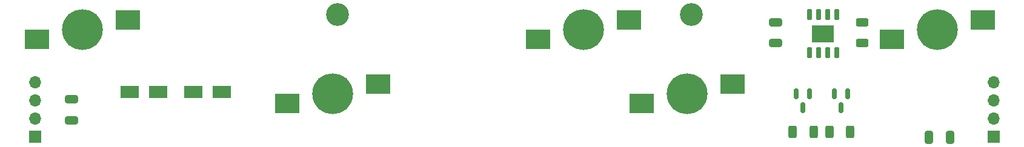
<source format=gbr>
%TF.GenerationSoftware,KiCad,Pcbnew,(6.0.1-0)*%
%TF.CreationDate,2022-02-14T10:28:34+01:00*%
%TF.ProjectId,UV_LED_stencil,55565f4c-4544-45f7-9374-656e63696c2e,V1.0*%
%TF.SameCoordinates,Original*%
%TF.FileFunction,Soldermask,Top*%
%TF.FilePolarity,Negative*%
%FSLAX46Y46*%
G04 Gerber Fmt 4.6, Leading zero omitted, Abs format (unit mm)*
G04 Created by KiCad (PCBNEW (6.0.1-0)) date 2022-02-14 10:28:34*
%MOMM*%
%LPD*%
G01*
G04 APERTURE LIST*
G04 Aperture macros list*
%AMRoundRect*
0 Rectangle with rounded corners*
0 $1 Rounding radius*
0 $2 $3 $4 $5 $6 $7 $8 $9 X,Y pos of 4 corners*
0 Add a 4 corners polygon primitive as box body*
4,1,4,$2,$3,$4,$5,$6,$7,$8,$9,$2,$3,0*
0 Add four circle primitives for the rounded corners*
1,1,$1+$1,$2,$3*
1,1,$1+$1,$4,$5*
1,1,$1+$1,$6,$7*
1,1,$1+$1,$8,$9*
0 Add four rect primitives between the rounded corners*
20,1,$1+$1,$2,$3,$4,$5,0*
20,1,$1+$1,$4,$5,$6,$7,0*
20,1,$1+$1,$6,$7,$8,$9,0*
20,1,$1+$1,$8,$9,$2,$3,0*%
G04 Aperture macros list end*
%ADD10R,3.500000X2.700000*%
%ADD11C,5.700000*%
%ADD12RoundRect,0.250000X0.625000X-0.312500X0.625000X0.312500X-0.625000X0.312500X-0.625000X-0.312500X0*%
%ADD13RoundRect,0.250000X-0.312500X-0.625000X0.312500X-0.625000X0.312500X0.625000X-0.312500X0.625000X0*%
%ADD14RoundRect,0.150000X0.150000X-0.650000X0.150000X0.650000X-0.150000X0.650000X-0.150000X-0.650000X0*%
%ADD15R,3.100000X2.410000*%
%ADD16RoundRect,0.150000X-0.150000X0.587500X-0.150000X-0.587500X0.150000X-0.587500X0.150000X0.587500X0*%
%ADD17R,2.500000X1.800000*%
%ADD18R,1.700000X1.700000*%
%ADD19O,1.700000X1.700000*%
%ADD20RoundRect,0.250000X0.325000X0.650000X-0.325000X0.650000X-0.325000X-0.650000X0.325000X-0.650000X0*%
%ADD21C,3.200000*%
%ADD22RoundRect,0.250000X0.312500X0.625000X-0.312500X0.625000X-0.312500X-0.625000X0.312500X-0.625000X0*%
%ADD23RoundRect,0.250000X0.650000X-0.325000X0.650000X0.325000X-0.650000X0.325000X-0.650000X-0.325000X0*%
G04 APERTURE END LIST*
D10*
%TO.C,D5*%
X128570000Y-115744000D03*
X115870000Y-118444000D03*
D11*
X122220000Y-117094000D03*
%TD*%
D12*
%TO.C,R3*%
X146685000Y-110047500D03*
X146685000Y-107122500D03*
%TD*%
D13*
%TO.C,R2*%
X142109000Y-122428000D03*
X145034000Y-122428000D03*
%TD*%
D10*
%TO.C,D1*%
X79075000Y-115744000D03*
X66375000Y-118444000D03*
D11*
X72725000Y-117094000D03*
%TD*%
D14*
%TO.C,IC1*%
X139319000Y-111362000D03*
X140589000Y-111362000D03*
X141859000Y-111362000D03*
X143129000Y-111362000D03*
X143129000Y-106062000D03*
X141859000Y-106062000D03*
X140589000Y-106062000D03*
X139319000Y-106062000D03*
D15*
X141224000Y-108712000D03*
%TD*%
D16*
%TO.C,Q2*%
X144714000Y-117172500D03*
X142814000Y-117172500D03*
X143764000Y-119047500D03*
%TD*%
D17*
%TO.C,D14*%
X44355000Y-116840000D03*
X48355000Y-116840000D03*
%TD*%
D10*
%TO.C,D8*%
X114081000Y-106790000D03*
X101381000Y-109490000D03*
D11*
X107731000Y-108140000D03*
%TD*%
D18*
%TO.C,J2*%
X165075000Y-123180000D03*
D19*
X165075000Y-120640000D03*
X165075000Y-118100000D03*
X165075000Y-115560000D03*
%TD*%
D20*
%TO.C,C3*%
X158955000Y-123190000D03*
X156005000Y-123190000D03*
%TD*%
D10*
%TO.C,D12*%
X163576000Y-106790000D03*
X150876000Y-109490000D03*
D11*
X157226000Y-108140000D03*
%TD*%
D10*
%TO.C,D7*%
X44081000Y-106790000D03*
X31381000Y-109490000D03*
D11*
X37731000Y-108140000D03*
%TD*%
D18*
%TO.C,J1*%
X31115000Y-123180000D03*
D19*
X31115000Y-120640000D03*
X31115000Y-118100000D03*
X31115000Y-115560000D03*
%TD*%
D16*
%TO.C,Q1*%
X139380000Y-117172500D03*
X137480000Y-117172500D03*
X138430000Y-119047500D03*
%TD*%
D21*
%TO.C,H5*%
X73360000Y-106045000D03*
%TD*%
D22*
%TO.C,R1*%
X139892500Y-122428000D03*
X136967500Y-122428000D03*
%TD*%
D21*
%TO.C,H9*%
X122855000Y-106045000D03*
%TD*%
D23*
%TO.C,C1*%
X134620000Y-110060000D03*
X134620000Y-107110000D03*
%TD*%
%TO.C,C2*%
X36195000Y-120855000D03*
X36195000Y-117905000D03*
%TD*%
D17*
%TO.C,D15*%
X57245000Y-116840000D03*
X53245000Y-116840000D03*
%TD*%
M02*

</source>
